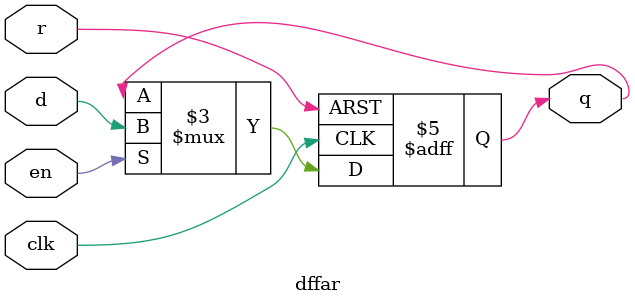
<source format=v>

module dff(d, clk, q);
  parameter WIDTH = 1;
  input clk;
  input [WIDTH-1:0] d;
  output reg [WIDTH-1:0] q;
  
  always @ (posedge clk) 
    q <= d;

endmodule

// dffr: D flip-flop with active high synchronous reset
// Parametrized width; default of 1
module dffr(d, r, clk, q);
  parameter WIDTH = 1;
  input r, clk;
  input [WIDTH-1:0] d;
  output reg [WIDTH-1:0] q;

  always @ (posedge clk) 
    if (r) 
      q <= {WIDTH{1'b0}};
    else
      q <= d;

endmodule


// dffre: D flip-flop with active high enable and reset
// Parametrized width; default of 1
module dffre (d, en, r, clk, q);
  parameter WIDTH = 1;
  input en, r, clk;
  input [WIDTH-1:0] d;
  output reg [WIDTH-1:0] q;

  always @ (posedge clk)
    if (r)
      q <= {WIDTH{1'b0}};
    else if (en)
      q <= d;
    else
      q <= q;

endmodule


// dffar: D flip-flop with active high asynchronous reset
// Parametrized width; default of 1
module dffar (d, en, r, clk, q);
  parameter WIDTH = 1;
  input en, r, clk;
  input [WIDTH-1:0] d;
  output reg [WIDTH-1:0] q;

  always @ (posedge clk or posedge r)
    if (r)
      q <= {WIDTH{1'b0}};
    else if (en)
      q <= d;
    else
      q <= q;

endmodule



</source>
